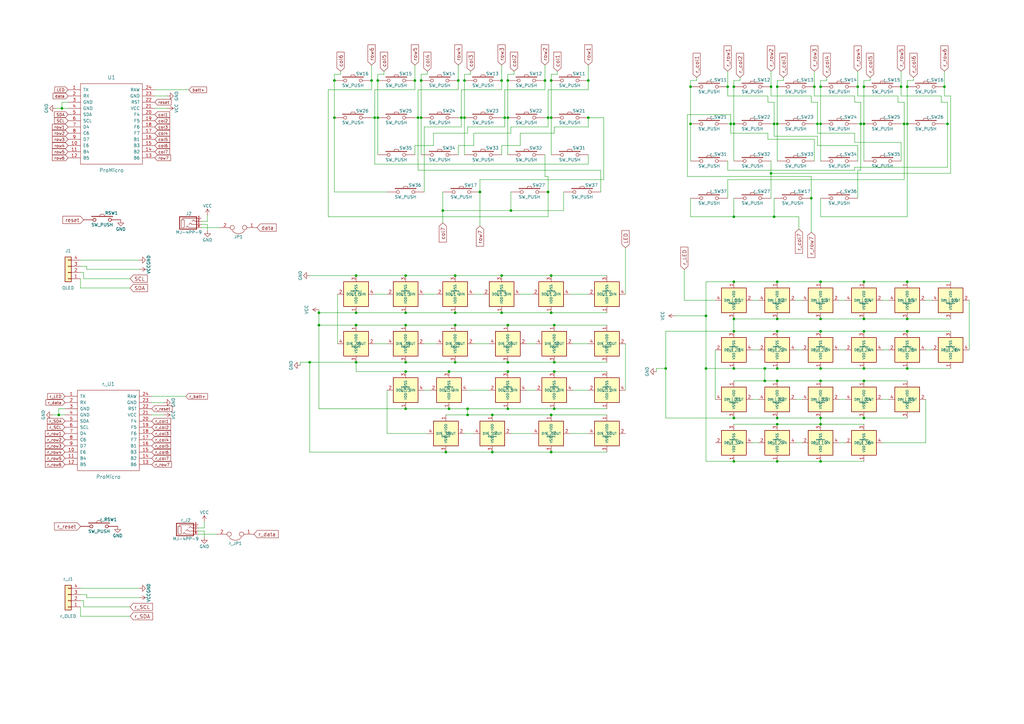
<source format=kicad_sch>
(kicad_sch (version 20230121) (generator eeschema)
  (paper "A3")
  (title_block (title "Heawood42-MX") (date "2024-03-17") (rev "1"))
  (junction (at 190.5 48.26))
  (junction (at 318.77 130.81))
  (junction (at 300.99 50.8))
  (junction (at 369.57 35.56))
  (junction (at 226.06 170.18))
  (junction (at 166.37 133.35))
  (junction (at 208.28 148.59))
  (junction (at 187.96 33.02))
  (junction (at 205.74 113.03))
  (junction (at 300.99 171.45))
  (junction (at 172.72 33.02))
  (junction (at 318.77 189.23))
  (junction (at 300.99 35.56))
  (junction (at 318.77 50.8))
  (junction (at 166.37 152.4))
  (junction (at 372.11 130.81))
  (junction (at 171.45 48.26))
  (junction (at 227.33 133.35))
  (junction (at 299.72 50.8))
  (junction (at 146.05 148.59))
  (junction (at 191.77 167.64))
  (junction (at 370.84 50.8))
  (junction (at 170.18 33.02))
  (junction (at 172.72 48.26))
  (junction (at 289.56 151.13))
  (junction (at 226.06 33.02))
  (junction (at 146.05 128.27))
  (junction (at 224.79 48.26))
  (junction (at 336.55 35.56))
  (junction (at 166.37 128.27))
  (junction (at 318.77 151.13))
  (junction (at 318.77 135.89))
  (junction (at 336.55 173.99))
  (junction (at 190.5 33.02))
  (junction (at 353.06 50.8))
  (junction (at 130.81 128.27))
  (junction (at 224.79 78.74))
  (junction (at 316.23 71.12))
  (junction (at 316.23 35.56))
  (junction (at 300.99 130.81))
  (junction (at 201.93 170.18))
  (junction (at 208.28 33.02))
  (junction (at 336.55 171.45))
  (junction (at 186.69 133.35))
  (junction (at 209.55 86.36))
  (junction (at 273.05 151.13))
  (junction (at 336.55 156.21))
  (junction (at 283.21 35.56))
  (junction (at 351.79 35.56))
  (junction (at 207.01 48.26))
  (junction (at 226.06 185.42))
  (junction (at 208.28 133.35))
  (junction (at 387.35 35.56))
  (junction (at 208.28 167.64))
  (junction (at 226.06 48.26))
  (junction (at 154.94 48.26))
  (junction (at 318.77 173.99))
  (junction (at 354.33 156.21))
  (junction (at 372.11 35.56))
  (junction (at 191.77 170.18))
  (junction (at 146.05 133.35))
  (junction (at 300.99 151.13))
  (junction (at 223.52 33.02))
  (junction (at 226.06 113.03))
  (junction (at 354.33 35.56))
  (junction (at 372.11 151.13))
  (junction (at 336.55 189.23))
  (junction (at 127 148.59))
  (junction (at 227.33 148.59))
  (junction (at 335.28 50.8))
  (junction (at 205.74 33.02))
  (junction (at 181.61 86.36))
  (junction (at 205.74 128.27))
  (junction (at 300.99 115.57))
  (junction (at 196.85 78.74))
  (junction (at 336.55 130.81))
  (junction (at 300.99 135.89))
  (junction (at 241.3 48.26))
  (junction (at 336.55 135.89))
  (junction (at 354.33 115.57))
  (junction (at 137.16 48.26))
  (junction (at 130.81 133.35))
  (junction (at 313.69 151.13))
  (junction (at 318.77 171.45))
  (junction (at 166.37 113.03))
  (junction (at 354.33 151.13))
  (junction (at 317.5 88.9))
  (junction (at 184.15 152.4))
  (junction (at 166.37 148.59))
  (junction (at 354.33 135.89))
  (junction (at 313.69 156.21))
  (junction (at 201.93 185.42))
  (junction (at 146.05 113.03))
  (junction (at 318.77 35.56))
  (junction (at 372.11 135.89))
  (junction (at 186.69 148.59))
  (junction (at 298.45 35.56))
  (junction (at 184.15 167.64))
  (junction (at 372.11 50.8))
  (junction (at 332.74 81.28))
  (junction (at 226.06 128.27))
  (junction (at 354.33 50.8))
  (junction (at 153.67 48.26))
  (junction (at 208.28 152.4))
  (junction (at 317.5 50.8))
  (junction (at 241.3 33.02))
  (junction (at 137.16 33.02))
  (junction (at 289.56 129.54))
  (junction (at 186.69 128.27))
  (junction (at 227.33 152.4))
  (junction (at 300.99 88.9))
  (junction (at 354.33 130.81))
  (junction (at 208.28 48.26))
  (junction (at 354.33 171.45))
  (junction (at 227.33 167.64))
  (junction (at 166.37 167.64))
  (junction (at 24.13 170.18))
  (junction (at 318.77 156.21))
  (junction (at 189.23 48.26))
  (junction (at 336.55 115.57))
  (junction (at 25.4 44.45))
  (junction (at 154.94 33.02))
  (junction (at 300.99 189.23))
  (junction (at 336.55 151.13))
  (junction (at 388.62 50.8))
  (junction (at 334.01 35.56))
  (junction (at 283.21 50.8))
  (junction (at 318.77 115.57))
  (junction (at 372.11 115.57))
  (junction (at 186.69 113.03))
  (junction (at 182.88 185.42))
  (junction (at 336.55 50.8))
  (junction (at 152.4 33.02))
  (wire (pts (xy 190.5 177.8) (xy 194.31 177.8)))
  (wire (pts (xy 187.96 59.69) (xy 187.96 63.5)))
  (wire (pts (xy 283.21 35.56) (xy 283.21 50.8)))
  (wire (pts (xy 336.55 171.45) (xy 354.33 171.45)))
  (wire (pts (xy 130.81 128.27) (xy 130.81 127)))
  (wire (pts (xy 63.5 39.37) (xy 68.58 39.37)))
  (wire (pts (xy 127 148.59) (xy 123.19 148.59)))
  (wire (pts (xy 227.33 152.4) (xy 208.28 152.4)))
  (wire (pts (xy 172.72 30.48) (xy 172.72 33.02)))
  (wire (pts (xy 248.92 128.27) (xy 226.06 128.27)))
  (wire (pts (xy 33.02 241.3) (xy 57.15 241.3)))
  (wire (pts (xy 388.62 50.8) (xy 388.62 68.58)))
  (wire (pts (xy 317.5 88.9) (xy 327.66 88.9)))
  (wire (pts (xy 300.99 130.81) (xy 300.99 135.89)))
  (wire (pts (xy 134.62 88.9) (xy 224.79 88.9)))
  (wire (pts (xy 372.11 115.57) (xy 389.89 115.57)))
  (wire (pts (xy 35.56 110.49) (xy 57.15 110.49)))
  (wire (pts (xy 224.79 48.26) (xy 223.52 48.26)))
  (wire (pts (xy 335.28 54.61) (xy 350.52 54.61)))
  (wire (pts (xy 137.16 78.74) (xy 137.16 48.26)))
  (wire (pts (xy 127 185.42) (xy 127 148.59)))
  (wire (pts (xy 152.4 33.02) (xy 152.4 36.83)))
  (wire (pts (xy 248.92 133.35) (xy 227.33 133.35)))
  (wire (pts (xy 83.82 217.805) (xy 83.82 220.345)))
  (wire (pts (xy 354.33 151.13) (xy 336.55 151.13)))
  (wire (pts (xy 317.5 50.8) (xy 317.5 55.88)))
  (wire (pts (xy 226.06 128.27) (xy 205.74 128.27)))
  (wire (pts (xy 248.92 167.64) (xy 227.33 167.64)))
  (wire (pts (xy 318.77 173.99) (xy 336.55 173.99)))
  (wire (pts (xy 334.01 35.56) (xy 334.01 39.37)))
  (wire (pts (xy 389.89 71.12) (xy 316.23 71.12)))
  (wire (pts (xy 21.59 170.18) (xy 24.13 170.18)))
  (wire (pts (xy 361.95 123.19) (xy 364.49 123.19)))
  (wire (pts (xy 299.72 50.8) (xy 298.45 50.8)))
  (wire (pts (xy 189.23 52.07) (xy 173.99 52.07)))
  (wire (pts (xy 300.99 171.45) (xy 318.77 171.45)))
  (wire (pts (xy 181.61 86.36) (xy 209.55 86.36)))
  (wire (pts (xy 191.77 170.18) (xy 191.77 167.64)))
  (wire (pts (xy 186.69 128.27) (xy 166.37 128.27)))
  (wire (pts (xy 334.01 29.21) (xy 334.01 35.56)))
  (wire (pts (xy 351.79 69.85) (xy 351.79 81.28)))
  (wire (pts (xy 344.17 163.83) (xy 346.71 163.83)))
  (wire (pts (xy 24.13 167.64) (xy 24.13 170.18)))
  (wire (pts (xy 146.05 133.35) (xy 130.81 133.35)))
  (wire (pts (xy 370.84 50.8) (xy 369.57 50.8)))
  (wire (pts (xy 227.33 54.61) (xy 213.36 54.61)))
  (wire (pts (xy 137.16 33.02) (xy 137.16 48.26)))
  (wire (pts (xy 351.79 39.37) (xy 368.3 39.37)))
  (wire (pts (xy 34.29 111.76) (xy 34.29 114.3)))
  (wire (pts (xy 153.67 140.97) (xy 158.75 140.97)))
  (wire (pts (xy 372.11 135.89) (xy 354.33 135.89)))
  (wire (pts (xy 318.77 151.13) (xy 313.69 151.13)))
  (wire (pts (xy 184.15 167.64) (xy 191.77 167.64)))
  (wire (pts (xy 351.79 29.21) (xy 351.79 35.56)))
  (wire (pts (xy 191.77 54.61) (xy 177.8 54.61)))
  (wire (pts (xy 189.23 48.26) (xy 187.96 48.26)))
  (wire (pts (xy 273.05 151.13) (xy 269.24 151.13)))
  (wire (pts (xy 215.9 160.02) (xy 219.71 160.02)))
  (wire (pts (xy 166.37 133.35) (xy 146.05 133.35)))
  (wire (pts (xy 289.56 129.54) (xy 289.56 115.57)))
  (wire (pts (xy 317.5 50.8) (xy 316.23 50.8)))
  (wire (pts (xy 158.75 78.74) (xy 137.16 78.74)))
  (wire (pts (xy 205.74 36.83) (xy 189.23 36.83)))
  (wire (pts (xy 354.33 171.45) (xy 372.11 171.45)))
  (wire (pts (xy 308.61 123.19) (xy 311.15 123.19)))
  (wire (pts (xy 209.55 86.36) (xy 231.14 86.36)))
  (wire (pts (xy 336.55 151.13) (xy 318.77 151.13)))
  (wire (pts (xy 246.38 69.85) (xy 171.45 69.85)))
  (wire (pts (xy 85.09 92.075) (xy 85.09 94.615)))
  (wire (pts (xy 139.7 29.21) (xy 139.7 30.48)))
  (wire (pts (xy 171.45 36.83) (xy 171.45 48.26)))
  (wire (pts (xy 350.52 39.37) (xy 350.52 41.91)))
  (wire (pts (xy 247.65 73.66) (xy 247.65 48.26)))
  (wire (pts (xy 339.09 33.02) (xy 336.55 33.02)))
  (wire (pts (xy 234.95 160.02) (xy 241.3 160.02)))
  (wire (pts (xy 379.73 143.51) (xy 382.27 143.51)))
  (wire (pts (xy 298.45 73.66) (xy 298.45 81.28)))
  (wire (pts (xy 374.65 31.75) (xy 374.65 33.02)))
  (wire (pts (xy 196.85 78.74) (xy 196.85 73.66)))
  (wire (pts (xy 227.33 133.35) (xy 208.28 133.35)))
  (wire (pts (xy 335.28 50.8) (xy 334.01 50.8)))
  (wire (pts (xy 172.72 33.02) (xy 172.72 48.26)))
  (wire (pts (xy 326.39 123.19) (xy 328.93 123.19)))
  (wire (pts (xy 316.23 66.04) (xy 316.23 71.12)))
  (wire (pts (xy 336.55 50.8) (xy 336.55 66.04)))
  (wire (pts (xy 33.02 243.84) (xy 35.56 243.84)))
  (wire (pts (xy 370.84 73.66) (xy 298.45 73.66)))
  (wire (pts (xy 208.28 33.02) (xy 208.28 48.26)))
  (wire (pts (xy 303.53 33.02) (xy 300.99 33.02)))
  (wire (pts (xy 351.79 69.85) (xy 353.06 69.85)))
  (wire (pts (xy 194.31 59.69) (xy 187.96 59.69)))
  (wire (pts (xy 130.81 133.35) (xy 130.81 167.64)))
  (wire (pts (xy 314.96 41.91) (xy 317.5 41.91)))
  (wire (pts (xy 372.11 35.56) (xy 372.11 50.8)))
  (wire (pts (xy 389.89 130.81) (xy 372.11 130.81)))
  (wire (pts (xy 190.5 48.26) (xy 190.5 63.5)))
  (wire (pts (xy 194.31 120.65) (xy 198.12 120.65)))
  (wire (pts (xy 332.74 41.91) (xy 335.28 41.91)))
  (wire (pts (xy 154.94 30.48) (xy 154.94 33.02)))
  (wire (pts (xy 397.51 123.19) (xy 397.51 143.51)))
  (wire (pts (xy 152.4 26.67) (xy 152.4 33.02)))
  (wire (pts (xy 298.45 39.37) (xy 314.96 39.37)))
  (wire (pts (xy 62.23 170.18) (xy 67.31 170.18)))
  (wire (pts (xy 177.8 54.61) (xy 177.8 59.69)))
  (wire (pts (xy 354.33 135.89) (xy 336.55 135.89)))
  (wire (pts (xy 223.52 33.02) (xy 223.52 36.83)))
  (wire (pts (xy 34.29 248.92) (xy 53.34 248.92)))
  (wire (pts (xy 223.52 26.67) (xy 223.52 33.02)))
  (wire (pts (xy 134.62 36.83) (xy 134.62 88.9)))
  (wire (pts (xy 234.95 140.97) (xy 241.3 140.97)))
  (wire (pts (xy 224.79 52.07) (xy 209.55 52.07)))
  (wire (pts (xy 213.36 54.61) (xy 213.36 59.69)))
  (wire (pts (xy 336.55 173.99) (xy 354.33 173.99)))
  (wire (pts (xy 26.67 167.64) (xy 24.13 167.64)))
  (wire (pts (xy 300.99 171.45) (xy 273.05 171.45)))
  (wire (pts (xy 166.37 167.64) (xy 184.15 167.64)))
  (wire (pts (xy 82.55 93.345) (xy 90.17 93.345)))
  (wire (pts (xy 308.61 163.83) (xy 311.15 163.83)))
  (wire (pts (xy 171.45 48.26) (xy 171.45 69.85)))
  (wire (pts (xy 256.54 140.97) (xy 256.54 160.02)))
  (wire (pts (xy 321.31 31.75) (xy 321.31 33.02)))
  (wire (pts (xy 374.65 33.02) (xy 372.11 33.02)))
  (wire (pts (xy 62.23 165.1) (xy 67.31 165.1)))
  (wire (pts (xy 316.23 39.37) (xy 332.74 39.37)))
  (wire (pts (xy 299.72 46.99) (xy 299.72 50.8)))
  (wire (pts (xy 33.02 252.73) (xy 53.34 252.73)))
  (wire (pts (xy 166.37 152.4) (xy 184.15 152.4)))
  (wire (pts (xy 293.37 143.51) (xy 293.37 163.83)))
  (wire (pts (xy 173.99 140.97) (xy 179.07 140.97)))
  (wire (pts (xy 334.01 57.15) (xy 334.01 66.04)))
  (wire (pts (xy 175.26 177.8) (xy 158.75 177.8)))
  (wire (pts (xy 62.23 162.56) (xy 76.2 162.56)))
  (wire (pts (xy 283.21 66.04) (xy 283.21 50.8)))
  (wire (pts (xy 372.11 130.81) (xy 354.33 130.81)))
  (wire (pts (xy 190.5 30.48) (xy 190.5 33.02)))
  (wire (pts (xy 123.19 148.59) (xy 123.19 149.86)))
  (wire (pts (xy 289.56 151.13) (xy 289.56 129.54)))
  (wire (pts (xy 82.55 92.075) (xy 85.09 92.075)))
  (wire (pts (xy 166.37 128.27) (xy 146.05 128.27)))
  (wire (pts (xy 193.04 30.48) (xy 193.04 29.21)))
  (wire (pts (xy 205.74 59.69) (xy 205.74 63.5)))
  (wire (pts (xy 300.99 81.28) (xy 300.99 88.9)))
  (wire (pts (xy 189.23 36.83) (xy 189.23 48.26)))
  (wire (pts (xy 33.02 114.3) (xy 33.02 118.11)))
  (wire (pts (xy 224.79 88.9) (xy 224.79 78.74)))
  (wire (pts (xy 335.28 59.69) (xy 351.79 59.69)))
  (wire (pts (xy 223.52 72.39) (xy 224.79 72.39)))
  (wire (pts (xy 388.62 50.8) (xy 387.35 50.8)))
  (wire (pts (xy 146.05 148.59) (xy 127 148.59)))
  (wire (pts (xy 153.67 67.31) (xy 241.3 67.31)))
  (wire (pts (xy 300.99 156.21) (xy 313.69 156.21)))
  (wire (pts (xy 336.55 88.9) (xy 336.55 81.28)))
  (wire (pts (xy 241.3 67.31) (xy 241.3 63.5)))
  (wire (pts (xy 181.61 78.74) (xy 181.61 86.36)))
  (wire (pts (xy 336.55 33.02) (xy 336.55 35.56)))
  (wire (pts (xy 207.01 36.83) (xy 207.01 48.26)))
  (wire (pts (xy 189.23 48.26) (xy 189.23 52.07)))
  (wire (pts (xy 336.55 88.9) (xy 372.11 88.9)))
  (wire (pts (xy 207.01 52.07) (xy 191.77 52.07)))
  (wire (pts (xy 241.3 52.07) (xy 227.33 52.07)))
  (wire (pts (xy 283.21 33.02) (xy 283.21 35.56)))
  (wire (pts (xy 33.02 246.38) (xy 34.29 246.38)))
  (wire (pts (xy 33.02 248.92) (xy 33.02 252.73)))
  (wire (pts (xy 350.52 41.91) (xy 353.06 41.91)))
  (wire (pts (xy 208.28 48.26) (xy 208.28 63.5)))
  (wire (pts (xy 336.55 173.99) (xy 336.55 171.45)))
  (wire (pts (xy 215.9 140.97) (xy 219.71 140.97)))
  (wire (pts (xy 332.74 72.39) (xy 281.94 72.39)))
  (wire (pts (xy 127 113.03) (xy 146.05 113.03)))
  (wire (pts (xy 326.39 181.61) (xy 328.93 181.61)))
  (wire (pts (xy 27.94 41.91) (xy 25.4 41.91)))
  (wire (pts (xy 353.06 50.8) (xy 351.79 50.8)))
  (wire (pts (xy 170.18 36.83) (xy 153.67 36.83)))
  (wire (pts (xy 194.31 140.97) (xy 200.66 140.97)))
  (wire (pts (xy 82.55 90.805) (xy 85.09 90.805)))
  (wire (pts (xy 285.75 33.02) (xy 283.21 33.02)))
  (wire (pts (xy 256.54 101.6) (xy 256.54 120.65)))
  (wire (pts (xy 339.09 33.02) (xy 339.09 31.75)))
  (wire (pts (xy 276.86 129.54) (xy 289.56 129.54)))
  (wire (pts (xy 205.74 26.67) (xy 205.74 33.02)))
  (wire (pts (xy 158.75 177.8) (xy 158.75 160.02)))
  (wire (pts (xy 379.73 123.19) (xy 382.27 123.19)))
  (wire (pts (xy 138.43 120.65) (xy 138.43 140.97)))
  (wire (pts (xy 313.69 156.21) (xy 313.69 151.13)))
  (wire (pts (xy 361.95 163.83) (xy 364.49 163.83)))
  (wire (pts (xy 300.99 33.02) (xy 300.99 35.56)))
  (wire (pts (xy 369.57 35.56) (xy 369.57 39.37)))
  (wire (pts (xy 351.79 59.69) (xy 351.79 66.04)))
  (wire (pts (xy 354.33 50.8) (xy 354.33 66.04)))
  (wire (pts (xy 356.87 33.02) (xy 354.33 33.02)))
  (wire (pts (xy 223.52 36.83) (xy 207.01 36.83)))
  (wire (pts (xy 33.02 118.11) (xy 53.34 118.11)))
  (wire (pts (xy 335.28 50.8) (xy 335.28 54.61)))
  (wire (pts (xy 281.94 46.99) (xy 299.72 46.99)))
  (wire (pts (xy 335.28 55.88) (xy 335.28 59.69)))
  (wire (pts (xy 186.69 113.03) (xy 205.74 113.03)))
  (wire (pts (xy 273.05 171.45) (xy 273.05 151.13)))
  (wire (pts (xy 247.65 48.26) (xy 241.3 48.26)))
  (wire (pts (xy 388.62 41.91) (xy 388.62 50.8)))
  (wire (pts (xy 336.55 156.21) (xy 354.33 156.21)))
  (wire (pts (xy 280.67 123.19) (xy 293.37 123.19)))
  (wire (pts (xy 387.35 39.37) (xy 389.89 39.37)))
  (wire (pts (xy 386.08 41.91) (xy 388.62 41.91)))
  (wire (pts (xy 332.74 81.28) (xy 332.74 72.39)))
  (wire (pts (xy 308.61 143.51) (xy 311.15 143.51)))
  (wire (pts (xy 224.79 36.83) (xy 224.79 48.26)))
  (wire (pts (xy 171.45 48.26) (xy 170.18 48.26)))
  (wire (pts (xy 196.85 78.74) (xy 196.85 92.71)))
  (wire (pts (xy 25.4 44.45) (xy 27.94 44.45)))
  (wire (pts (xy 146.05 148.59) (xy 146.05 152.4)))
  (wire (pts (xy 370.84 50.8) (xy 370.84 73.66)))
  (wire (pts (xy 210.82 30.48) (xy 208.28 30.48)))
  (wire (pts (xy 205.74 33.02) (xy 205.74 36.83)))
  (wire (pts (xy 226.06 48.26) (xy 226.06 63.5)))
  (wire (pts (xy 205.74 128.27) (xy 186.69 128.27)))
  (wire (pts (xy 369.57 58.42) (xy 369.57 66.04)))
  (wire (pts (xy 372.11 33.02) (xy 372.11 35.56)))
  (wire (pts (xy 35.56 109.22) (xy 35.56 110.49)))
  (wire (pts (xy 153.67 48.26) (xy 153.67 67.31)))
  (wire (pts (xy 334.01 39.37) (xy 350.52 39.37)))
  (wire (pts (xy 173.99 52.07) (xy 173.99 78.74)))
  (wire (pts (xy 344.17 123.19) (xy 346.71 123.19)))
  (wire (pts (xy 146.05 128.27) (xy 130.81 128.27)))
  (wire (pts (xy 379.73 181.61) (xy 361.95 181.61)))
  (wire (pts (xy 33.02 111.76) (xy 34.29 111.76)))
  (wire (pts (xy 209.55 177.8) (xy 218.44 177.8)))
  (wire (pts (xy 246.38 78.74) (xy 246.38 69.85)))
  (wire (pts (xy 33.02 106.68) (xy 57.15 106.68)))
  (wire (pts (xy 318.77 135.89) (xy 300.99 135.89)))
  (wire (pts (xy 182.88 185.42) (xy 127 185.42)))
  (wire (pts (xy 299.72 50.8) (xy 299.72 54.61)))
  (wire (pts (xy 389.89 151.13) (xy 372.11 151.13)))
  (wire (pts (xy 190.5 33.02) (xy 190.5 48.26)))
  (wire (pts (xy 173.99 160.02) (xy 176.53 160.02)))
  (wire (pts (xy 350.52 58.42) (xy 369.57 58.42)))
  (wire (pts (xy 386.08 39.37) (xy 386.08 41.91)))
  (wire (pts (xy 186.69 133.35) (xy 166.37 133.35)))
  (wire (pts (xy 317.5 55.88) (xy 335.28 55.88)))
  (wire (pts (xy 350.52 69.85) (xy 298.45 69.85)))
  (wire (pts (xy 207.01 48.26) (xy 205.74 48.26)))
  (wire (pts (xy 344.17 181.61) (xy 346.71 181.61)))
  (wire (pts (xy 213.36 59.69) (xy 205.74 59.69)))
  (wire (pts (xy 300.99 173.99) (xy 318.77 173.99)))
  (wire (pts (xy 353.06 50.8) (xy 353.06 69.85)))
  (wire (pts (xy 63.5 36.83) (xy 77.47 36.83)))
  (wire (pts (xy 182.88 170.18) (xy 191.77 170.18)))
  (wire (pts (xy 350.52 68.58) (xy 350.52 69.85)))
  (wire (pts (xy 326.39 163.83) (xy 328.93 163.83)))
  (wire (pts (xy 130.81 128.27) (xy 130.81 133.35)))
  (wire (pts (xy 308.61 181.61) (xy 311.15 181.61)))
  (wire (pts (xy 314.96 54.61) (xy 314.96 57.15)))
  (wire (pts (xy 318.77 171.45) (xy 336.55 171.45)))
  (wire (pts (xy 153.67 120.65) (xy 158.75 120.65)))
  (wire (pts (xy 34.29 246.38) (xy 34.29 248.92)))
  (wire (pts (xy 209.55 52.07) (xy 209.55 54.61)))
  (wire (pts (xy 280.67 110.49) (xy 280.67 123.19)))
  (wire (pts (xy 24.13 170.18) (xy 26.67 170.18)))
  (wire (pts (xy 208.28 152.4) (xy 184.15 152.4)))
  (wire (pts (xy 208.28 148.59) (xy 186.69 148.59)))
  (wire (pts (xy 208.28 167.64) (xy 191.77 167.64)))
  (wire (pts (xy 227.33 167.64) (xy 208.28 167.64)))
  (wire (pts (xy 387.35 35.56) (xy 387.35 39.37)))
  (wire (pts (xy 369.57 39.37) (xy 386.08 39.37)))
  (wire (pts (xy 170.18 33.02) (xy 170.18 36.83)))
  (wire (pts (xy 299.72 54.61) (xy 314.96 54.61)))
  (wire (pts (xy 81.28 216.535) (xy 83.82 216.535)))
  (wire (pts (xy 389.89 135.89) (xy 372.11 135.89)))
  (wire (pts (xy 368.3 39.37) (xy 368.3 41.91)))
  (wire (pts (xy 354.33 156.21) (xy 372.11 156.21)))
  (wire (pts (xy 300.99 151.13) (xy 289.56 151.13)))
  (wire (pts (xy 351.79 35.56) (xy 351.79 39.37)))
  (wire (pts (xy 298.45 69.85) (xy 298.45 66.04)))
  (wire (pts (xy 300.99 115.57) (xy 318.77 115.57)))
  (wire (pts (xy 289.56 189.23) (xy 289.56 151.13)))
  (wire (pts (xy 233.68 177.8) (xy 241.3 177.8)))
  (wire (pts (xy 289.56 115.57) (xy 300.99 115.57)))
  (wire (pts (xy 300.99 50.8) (xy 300.99 66.04)))
  (wire (pts (xy 326.39 143.51) (xy 328.93 143.51)))
  (wire (pts (xy 336.55 135.89) (xy 318.77 135.89)))
  (wire (pts (xy 298.45 29.21) (xy 298.45 35.56)))
  (wire (pts (xy 186.69 148.59) (xy 166.37 148.59)))
  (wire (pts (xy 208.28 30.48) (xy 208.28 33.02)))
  (wire (pts (xy 187.96 26.67) (xy 187.96 33.02)))
  (wire (pts (xy 181.61 91.44) (xy 181.61 86.36)))
  (wire (pts (xy 387.35 29.21) (xy 387.35 35.56)))
  (wire (pts (xy 354.33 35.56) (xy 354.33 50.8)))
  (wire (pts (xy 316.23 71.12) (xy 316.23 81.28)))
  (wire (pts (xy 300.99 189.23) (xy 289.56 189.23)))
  (wire (pts (xy 35.56 245.11) (xy 57.15 245.11)))
  (wire (pts (xy 226.06 170.18) (xy 201.93 170.18)))
  (wire (pts (xy 209.55 54.61) (xy 194.31 54.61)))
  (wire (pts (xy 35.56 243.84) (xy 35.56 245.11)))
  (wire (pts (xy 196.85 73.66) (xy 247.65 73.66)))
  (wire (pts (xy 193.04 30.48) (xy 190.5 30.48)))
  (wire (pts (xy 300.99 135.89) (xy 273.05 135.89)))
  (wire (pts (xy 226.06 30.48) (xy 226.06 33.02)))
  (wire (pts (xy 281.94 72.39) (xy 281.94 46.99)))
  (wire (pts (xy 318.77 156.21) (xy 336.55 156.21)))
  (wire (pts (xy 153.67 48.26) (xy 152.4 48.26)))
  (wire (pts (xy 201.93 185.42) (xy 182.88 185.42)))
  (wire (pts (xy 191.77 52.07) (xy 191.77 54.61)))
  (wire (pts (xy 316.23 35.56) (xy 316.23 39.37)))
  (wire (pts (xy 248.92 152.4) (xy 227.33 152.4)))
  (wire (pts (xy 154.94 48.26) (xy 154.94 63.5)))
  (wire (pts (xy 175.26 30.48) (xy 172.72 30.48)))
  (wire (pts (xy 228.6 29.21) (xy 228.6 30.48)))
  (wire (pts (xy 336.55 189.23) (xy 354.33 189.23)))
  (wire (pts (xy 85.09 90.805) (xy 85.09 88.265)))
  (wire (pts (xy 336.55 115.57) (xy 354.33 115.57)))
  (wire (pts (xy 210.82 29.21) (xy 210.82 30.48)))
  (wire (pts (xy 175.26 29.21) (xy 175.26 30.48)))
  (wire (pts (xy 226.06 185.42) (xy 201.93 185.42)))
  (wire (pts (xy 33.02 109.22) (xy 35.56 109.22)))
  (wire (pts (xy 283.21 81.28) (xy 283.21 88.9)))
  (wire (pts (xy 350.52 54.61) (xy 350.52 58.42)))
  (wire (pts (xy 213.36 120.65) (xy 218.44 120.65)))
  (wire (pts (xy 187.96 33.02) (xy 187.96 36.83)))
  (wire (pts (xy 354.33 115.57) (xy 372.11 115.57)))
  (wire (pts (xy 372.11 88.9) (xy 372.11 50.8)))
  (wire (pts (xy 369.57 29.21) (xy 369.57 35.56)))
  (wire (pts (xy 356.87 31.75) (xy 356.87 33.02)))
  (wire (pts (xy 370.84 41.91) (xy 370.84 50.8)))
  (wire (pts (xy 25.4 41.91) (xy 25.4 44.45)))
  (wire (pts (xy 318.77 130.81) (xy 300.99 130.81)))
  (wire (pts (xy 153.67 36.83) (xy 153.67 48.26)))
  (wire (pts (xy 344.17 143.51) (xy 346.71 143.51)))
  (wire (pts (xy 157.48 30.48) (xy 154.94 30.48)))
  (wire (pts (xy 379.73 163.83) (xy 379.73 181.61)))
  (wire (pts (xy 34.29 114.3) (xy 53.34 114.3)))
  (wire (pts (xy 332.74 81.28) (xy 332.74 95.25)))
  (wire (pts (xy 283.21 88.9) (xy 300.99 88.9)))
  (wire (pts (xy 157.48 29.21) (xy 157.48 30.48)))
  (wire (pts (xy 22.86 44.45) (xy 25.4 44.45)))
  (wire (pts (xy 223.52 63.5) (xy 223.52 72.39)))
  (wire (pts (xy 317.5 41.91) (xy 317.5 50.8)))
  (wire (pts (xy 318.77 115.57) (xy 336.55 115.57)))
  (wire (pts (xy 166.37 113.03) (xy 186.69 113.03)))
  (wire (pts (xy 172.72 48.26) (xy 172.72 63.5)))
  (wire (pts (xy 207.01 48.26) (xy 207.01 52.07)))
  (wire (pts (xy 170.18 59.69) (xy 170.18 63.5)))
  (wire (pts (xy 285.75 31.75) (xy 285.75 33.02)))
  (wire (pts (xy 336.55 130.81) (xy 318.77 130.81)))
  (wire (pts (xy 300.99 189.23) (xy 318.77 189.23)))
  (wire (pts (xy 154.94 33.02) (xy 154.94 48.26)))
  (wire (pts (xy 300.99 88.9) (xy 317.5 88.9)))
  (wire (pts (xy 354.33 130.81) (xy 336.55 130.81)))
  (wire (pts (xy 335.28 41.91) (xy 335.28 50.8)))
  (wire (pts (xy 388.62 68.58) (xy 350.52 68.58)))
  (wire (pts (xy 166.37 152.4) (xy 146.05 152.4)))
  (wire (pts (xy 389.89 39.37) (xy 389.89 71.12)))
  (wire (pts (xy 63.5 44.45) (xy 68.58 44.45)))
  (wire (pts (xy 152.4 36.83) (xy 134.62 36.83)))
  (wire (pts (xy 81.28 217.805) (xy 83.82 217.805)))
  (wire (pts (xy 321.31 33.02) (xy 318.77 33.02)))
  (wire (pts (xy 354.33 33.02) (xy 354.33 35.56)))
  (wire (pts (xy 81.28 219.075) (xy 88.9 219.075)))
  (wire (pts (xy 353.06 41.91) (xy 353.06 50.8)))
  (wire (pts (xy 139.7 30.48) (xy 137.16 30.48)))
  (wire (pts (xy 137.16 30.48) (xy 137.16 33.02)))
  (wire (pts (xy 224.79 72.39) (xy 224.79 78.74)))
  (wire (pts (xy 146.05 113.03) (xy 166.37 113.03)))
  (wire (pts (xy 201.93 170.18) (xy 191.77 170.18)))
  (wire (pts (xy 227.33 148.59) (xy 208.28 148.59)))
  (wire (pts (xy 227.33 52.07) (xy 227.33 54.61)))
  (wire (pts (xy 318.77 189.23) (xy 336.55 189.23)))
  (wire (pts (xy 332.74 39.37) (xy 332.74 41.91)))
  (wire (pts (xy 327.66 93.98) (xy 327.66 88.9)))
  (wire (pts (xy 300.99 35.56) (xy 300.99 50.8)))
  (wire (pts (xy 166.37 148.59) (xy 146.05 148.59)))
  (wire (pts (xy 248.92 170.18) (xy 226.06 170.18)))
  (wire (pts (xy 177.8 59.69) (xy 170.18 59.69)))
  (wire (pts (xy 273.05 135.89) (xy 273.05 151.13)))
  (wire (pts (xy 313.69 156.21) (xy 318.77 156.21)))
  (wire (pts (xy 269.24 151.13) (xy 269.24 152.4)))
  (wire (pts (xy 313.69 151.13) (xy 300.99 151.13)))
  (wire (pts (xy 248.92 148.59) (xy 227.33 148.59)))
  (wire (pts (xy 226.06 33.02) (xy 226.06 48.26)))
  (wire (pts (xy 316.23 29.21) (xy 316.23 35.56)))
  (wire (pts (xy 208.28 133.35) (xy 186.69 133.35)))
  (wire (pts (xy 372.11 151.13) (xy 354.33 151.13)))
  (wire (pts (xy 318.77 50.8) (xy 318.77 66.04)))
  (wire (pts (xy 173.99 120.65) (xy 179.07 120.65)))
  (wire (pts (xy 241.3 33.02) (xy 241.3 36.83)))
  (wire (pts (xy 303.53 31.75) (xy 303.53 33.02)))
  (wire (pts (xy 226.06 113.03) (xy 248.92 113.03)))
  (wire (pts (xy 318.77 35.56) (xy 318.77 50.8)))
  (wire (pts (xy 228.6 30.48) (xy 226.06 30.48)))
  (wire (pts (xy 317.5 81.28) (xy 317.5 88.9)))
  (wire (pts (xy 314.96 39.37) (xy 314.96 41.91)))
  (wire (pts (xy 194.31 54.61) (xy 194.31 59.69)))
  (wire (pts (xy 170.18 26.67) (xy 170.18 33.02)))
  (wire (pts (xy 231.14 78.74) (xy 231.14 86.36)))
  (wire (pts (xy 241.3 36.83) (xy 224.79 36.83)))
  (wire (pts (xy 241.3 48.26) (xy 241.3 52.07)))
  (wire (pts (xy 233.68 120.65) (xy 241.3 120.65)))
  (wire (pts (xy 298.45 35.56) (xy 298.45 39.37)))
  (wire (pts (xy 318.77 33.02) (xy 318.77 35.56)))
  (wire (pts (xy 130.81 167.64) (xy 166.37 167.64)))
  (wire (pts (xy 361.95 143.51) (xy 364.49 143.51)))
  (wire (pts (xy 241.3 26.67) (xy 241.3 33.02)))
  (wire (pts (xy 200.66 160.02) (xy 191.77 160.02)))
  (wire (pts (xy 224.79 48.26) (xy 224.79 52.07)))
  (wire (pts (xy 314.96 57.15) (xy 334.01 57.15)))
  (wire (pts (xy 209.55 78.74) (xy 209.55 86.36)))
  (wire (pts (xy 83.82 216.535) (xy 83.82 213.995)))
  (wire (pts (xy 336.55 35.56) (xy 336.55 50.8)))
  (wire (pts (xy 368.3 41.91) (xy 370.84 41.91)))
  (wire (pts (xy 248.92 185.42) (xy 226.06 185.42)))
  (wire (pts (xy 187.96 36.83) (xy 171.45 36.83)))
  (wire (pts (xy 205.74 113.03) (xy 226.06 113.03)))
  (global_label "row7" (shape input) (at 63.5 64.77 0) (effects (font (size 1.1938 1.1938))) (property "Intersheetrefs" "${INTERSHEET_REFS}" (effects hide)))
  (global_label "col7" (shape input) (at 181.61 91.44 270) (effects (font (size 1.524 1.524))) (property "Intersheetrefs" "${INTERSHEET_REFS}" (effects hide)))
  (global_label "row2" (shape input) (at 27.94 54.61 180) (effects (font (size 1.1938 1.1938))) (property "Intersheetrefs" "${INTERSHEET_REFS}" (effects hide)))
  (global_label "SDA" (shape input) (at 27.94 46.99 180) (effects (font (size 1.1938 1.1938))) (property "Intersheetrefs" "${INTERSHEET_REFS}" (effects hide)))
  (global_label "r_data" (shape input) (at 104.14 219.075 0) (effects (font (size 1.524 1.524))) (property "Intersheetrefs" "${INTERSHEET_REFS}" (effects hide)))
  (global_label "r_row1" (shape input) (at 298.45 29.21 90) (effects (font (size 1.524 1.524))) (property "Intersheetrefs" "${INTERSHEET_REFS}" (effects hide)))
  (global_label "r_col2" (shape input) (at 303.53 31.75 90) (effects (font (size 1.524 1.524))) (property "Intersheetrefs" "${INTERSHEET_REFS}" (effects hide)))
  (global_label "r_col6" (shape input) (at 62.23 185.42 0) (effects (font (size 1.1938 1.1938))) (property "Intersheetrefs" "${INTERSHEET_REFS}" (effects hide)))
  (global_label "reset" (shape input) (at 34.29 90.17 180) (effects (font (size 1.524 1.524))) (property "Intersheetrefs" "${INTERSHEET_REFS}" (effects hide)))
  (global_label "col1" (shape input) (at 228.6 29.21 90) (effects (font (size 1.524 1.524))) (property "Intersheetrefs" "${INTERSHEET_REFS}" (effects hide)))
  (global_label "r_col4" (shape input) (at 339.09 31.75 90) (effects (font (size 1.524 1.524))) (property "Intersheetrefs" "${INTERSHEET_REFS}" (effects hide)))
  (global_label "col3" (shape input) (at 193.04 29.21 90) (effects (font (size 1.524 1.524))) (property "Intersheetrefs" "${INTERSHEET_REFS}" (effects hide)))
  (global_label "row4" (shape input) (at 27.94 59.69 180) (effects (font (size 1.1938 1.1938))) (property "Intersheetrefs" "${INTERSHEET_REFS}" (effects hide)))
  (global_label "col1" (shape input) (at 63.5 46.99 0) (effects (font (size 1.1938 1.1938))) (property "Intersheetrefs" "${INTERSHEET_REFS}" (effects hide)))
  (global_label "col3" (shape input) (at 63.5 52.07 0) (effects (font (size 1.1938 1.1938))) (property "Intersheetrefs" "${INTERSHEET_REFS}" (effects hide)))
  (global_label "r_row6" (shape input) (at 387.35 29.21 90) (effects (font (size 1.524 1.524))) (property "Intersheetrefs" "${INTERSHEET_REFS}" (effects hide)))
  (global_label "row7" (shape input) (at 196.85 92.71 270) (effects (font (size 1.524 1.524))) (property "Intersheetrefs" "${INTERSHEET_REFS}" (effects hide)))
  (global_label "r_row3" (shape input) (at 334.01 29.21 90) (effects (font (size 1.524 1.524))) (property "Intersheetrefs" "${INTERSHEET_REFS}" (effects hide)))
  (global_label "col2" (shape input) (at 210.82 29.21 90) (effects (font (size 1.524 1.524))) (property "Intersheetrefs" "${INTERSHEET_REFS}" (effects hide)))
  (global_label "r_col7" (shape input) (at 327.66 93.98 270) (effects (font (size 1.524 1.524))) (property "Intersheetrefs" "${INTERSHEET_REFS}" (effects hide)))
  (global_label "r_col5" (shape input) (at 356.87 31.75 90) (effects (font (size 1.524 1.524))) (property "Intersheetrefs" "${INTERSHEET_REFS}" (effects hide)))
  (global_label "r_SDA" (shape input) (at 53.34 252.73 0) (effects (font (size 1.524 1.524))) (property "Intersheetrefs" "${INTERSHEET_REFS}" (effects hide)))
  (global_label "row3" (shape input) (at 205.74 26.67 90) (effects (font (size 1.524 1.524))) (property "Intersheetrefs" "${INTERSHEET_REFS}" (effects hide)))
  (global_label "r_row6" (shape input) (at 26.67 190.5 180) (effects (font (size 1.1938 1.1938))) (property "Intersheetrefs" "${INTERSHEET_REFS}" (effects hide)))
  (global_label "r_row1" (shape input) (at 26.67 177.8 180) (effects (font (size 1.1938 1.1938))) (property "Intersheetrefs" "${INTERSHEET_REFS}" (effects hide)))
  (global_label "r_data" (shape input) (at 26.67 165.1 180) (effects (font (size 1.1938 1.1938))) (property "Intersheetrefs" "${INTERSHEET_REFS}" (effects hide)))
  (global_label "row5" (shape input) (at 27.94 62.23 180) (effects (font (size 1.1938 1.1938))) (property "Intersheetrefs" "${INTERSHEET_REFS}" (effects hide)))
  (global_label "row3" (shape input) (at 27.94 57.15 180) (effects (font (size 1.1938 1.1938))) (property "Intersheetrefs" "${INTERSHEET_REFS}" (effects hide)))
  (global_label "col6" (shape input) (at 139.7 29.21 90) (effects (font (size 1.524 1.524))) (property "Intersheetrefs" "${INTERSHEET_REFS}" (effects hide)))
  (global_label "r_row3" (shape input) (at 26.67 182.88 180) (effects (font (size 1.1938 1.1938))) (property "Intersheetrefs" "${INTERSHEET_REFS}" (effects hide)))
  (global_label "SCL" (shape input) (at 27.94 49.53 180) (effects (font (size 1.1938 1.1938))) (property "Intersheetrefs" "${INTERSHEET_REFS}" (effects hide)))
  (global_label "r_LED" (shape input) (at 26.67 162.56 180) (effects (font (size 1.1938 1.1938))) (property "Intersheetrefs" "${INTERSHEET_REFS}" (effects hide)))
  (global_label "r_row7" (shape input) (at 332.74 95.25 270) (effects (font (size 1.524 1.524))) (property "Intersheetrefs" "${INTERSHEET_REFS}" (effects hide)))
  (global_label "col4" (shape input) (at 175.26 29.21 90) (effects (font (size 1.524 1.524))) (property "Intersheetrefs" "${INTERSHEET_REFS}" (effects hide)))
  (global_label "r_SCL" (shape input) (at 53.34 248.92 0) (effects (font (size 1.524 1.524))) (property "Intersheetrefs" "${INTERSHEET_REFS}" (effects hide)))
  (global_label "r_row7" (shape input) (at 62.23 190.5 0) (effects (font (size 1.1938 1.1938))) (property "Intersheetrefs" "${INTERSHEET_REFS}" (effects hide)))
  (global_label "row1" (shape input) (at 241.3 26.67 90) (effects (font (size 1.524 1.524))) (property "Intersheetrefs" "${INTERSHEET_REFS}" (effects hide)))
  (global_label "row6" (shape input) (at 27.94 64.77 180) (effects (font (size 1.1938 1.1938))) (property "Intersheetrefs" "${INTERSHEET_REFS}" (effects hide)))
  (global_label "LED" (shape input) (at 256.54 101.6 90) (effects (font (size 1.524 1.524))) (property "Intersheetrefs" "${INTERSHEET_REFS}" (effects hide)))
  (global_label "SCL" (shape input) (at 53.34 114.3 0) (effects (font (size 1.524 1.524))) (property "Intersheetrefs" "${INTERSHEET_REFS}" (effects hide)))
  (global_label "r_col6" (shape input) (at 374.65 31.75 90) (effects (font (size 1.524 1.524))) (property "Intersheetrefs" "${INTERSHEET_REFS}" (effects hide)))
  (global_label "batt+" (shape input) (at 77.47 36.83 0) (effects (font (size 1.1938 1.1938))) (property "Intersheetrefs" "${INTERSHEET_REFS}" (effects hide)))
  (global_label "r_col3" (shape input) (at 62.23 177.8 0) (effects (font (size 1.1938 1.1938))) (property "Intersheetrefs" "${INTERSHEET_REFS}" (effects hide)))
  (global_label "row4" (shape input) (at 187.96 26.67 90) (effects (font (size 1.524 1.524))) (property "Intersheetrefs" "${INTERSHEET_REFS}" (effects hide)))
  (global_label "data" (shape input) (at 27.94 39.37 180) (effects (font (size 1.1938 1.1938))) (property "Intersheetrefs" "${INTERSHEET_REFS}" (effects hide)))
  (global_label "r_col1" (shape input) (at 62.23 172.72 0) (effects (font (size 1.1938 1.1938))) (property "Intersheetrefs" "${INTERSHEET_REFS}" (effects hide)))
  (global_label "row2" (shape input) (at 223.52 26.67 90) (effects (font (size 1.524 1.524))) (property "Intersheetrefs" "${INTERSHEET_REFS}" (effects hide)))
  (global_label "r_col7" (shape input) (at 62.23 187.96 0) (effects (font (size 1.1938 1.1938))) (property "Intersheetrefs" "${INTERSHEET_REFS}" (effects hide)))
  (global_label "LED" (shape input) (at 27.94 36.83 180) (effects (font (size 1.1938 1.1938))) (property "Intersheetrefs" "${INTERSHEET_REFS}" (effects hide)))
  (global_label "r_row2" (shape input) (at 316.23 29.21 90) (effects (font (size 1.524 1.524))) (property "Intersheetrefs" "${INTERSHEET_REFS}" (effects hide)))
  (global_label "SDA" (shape input) (at 53.34 118.11 0) (effects (font (size 1.524 1.524))) (property "Intersheetrefs" "${INTERSHEET_REFS}" (effects hide)))
  (global_label "r_col3" (shape input) (at 321.31 31.75 90) (effects (font (size 1.524 1.524))) (property "Intersheetrefs" "${INTERSHEET_REFS}" (effects hide)))
  (global_label "r_row5" (shape input) (at 369.57 29.21 90) (effects (font (size 1.524 1.524))) (property "Intersheetrefs" "${INTERSHEET_REFS}" (effects hide)))
  (global_label "row5" (shape input) (at 170.18 26.67 90) (effects (font (size 1.524 1.524))) (property "Intersheetrefs" "${INTERSHEET_REFS}" (effects hide)))
  (global_label "col6" (shape input) (at 63.5 59.69 0) (effects (font (size 1.1938 1.1938))) (property "Intersheetrefs" "${INTERSHEET_REFS}" (effects hide)))
  (global_label "r_reset" (shape input) (at 33.02 215.9 180) (effects (font (size 1.524 1.524))) (property "Intersheetrefs" "${INTERSHEET_REFS}" (effects hide)))
  (global_label "r_row5" (shape input) (at 26.67 187.96 180) (effects (font (size 1.1938 1.1938))) (property "Intersheetrefs" "${INTERSHEET_REFS}" (effects hide)))
  (global_label "data" (shape input) (at 105.41 93.345 0) (effects (font (size 1.524 1.524))) (property "Intersheetrefs" "${INTERSHEET_REFS}" (effects hide)))
  (global_label "col7" (shape input) (at 63.5 62.23 0) (effects (font (size 1.1938 1.1938))) (property "Intersheetrefs" "${INTERSHEET_REFS}" (effects hide)))
  (global_label "row6" (shape input) (at 152.4 26.67 90) (effects (font (size 1.524 1.524))) (property "Intersheetrefs" "${INTERSHEET_REFS}" (effects hide)))
  (global_label "r_LED" (shape input) (at 280.67 110.49 90) (effects (font (size 1.524 1.524))) (property "Intersheetrefs" "${INTERSHEET_REFS}" (effects hide)))
  (global_label "col2" (shape input) (at 63.5 49.53 0) (effects (font (size 1.1938 1.1938))) (property "Intersheetrefs" "${INTERSHEET_REFS}" (effects hide)))
  (global_label "r_col1" (shape input) (at 285.75 31.75 90) (effects (font (size 1.524 1.524))) (property "Intersheetrefs" "${INTERSHEET_REFS}" (effects hide)))
  (global_label "col5" (shape input) (at 63.5 57.15 0) (effects (font (size 1.1938 1.1938))) (property "Intersheetrefs" "${INTERSHEET_REFS}" (effects hide)))
  (global_label "r_SCL" (shape input) (at 26.67 175.26 180) (effects (font (size 1.1938 1.1938))) (property "Intersheetrefs" "${INTERSHEET_REFS}" (effects hide)))
  (global_label "r_row4" (shape input) (at 26.67 185.42 180) (effects (font (size 1.1938 1.1938))) (property "Intersheetrefs" "${INTERSHEET_REFS}" (effects hide)))
  (global_label "r_col2" (shape input) (at 62.23 175.26 0) (effects (font (size 1.1938 1.1938))) (property "Intersheetrefs" "${INTERSHEET_REFS}" (effects hide)))
  (global_label "row1" (shape input) (at 27.94 52.07 180) (effects (font (size 1.1938 1.1938))) (property "Intersheetrefs" "${INTERSHEET_REFS}" (effects hide)))
  (global_label "r_reset" (shape input) (at 62.23 167.64 0) (effects (font (size 1.1938 1.1938))) (property "Intersheetrefs" "${INTERSHEET_REFS}" (effects hide)))
  (global_label "reset" (shape input) (at 63.5 41.91 0) (effects (font (size 1.1938 1.1938))) (property "Intersheetrefs" "${INTERSHEET_REFS}" (effects hide)))
  (global_label "r_col4" (shape input) (at 62.23 180.34 0) (effects (font (size 1.1938 1.1938))) (property "Intersheetrefs" "${INTERSHEET_REFS}" (effects hide)))
  (global_label "r_row4" (shape input) (at 351.79 29.21 90) (effects (font (size 1.524 1.524))) (property "Intersheetrefs" "${INTERSHEET_REFS}" (effects hide)))
  (global_label "r_SDA" (shape input) (at 26.67 172.72 180) (effects (font (size 1.1938 1.1938))) (property "Intersheetrefs" "${INTERSHEET_REFS}" (effects hide)))
  (global_label "r_batt+" (shape input) (at 76.2 162.56 0) (effects (font (size 1.1938 1.1938))) (property "Intersheetrefs" "${INTERSHEET_REFS}" (effects hide)))
  (global_label "r_row2" (shape input) (at 26.67 180.34 180) (effects (font (size 1.1938 1.1938))) (property "Intersheetrefs" "${INTERSHEET_REFS}" (effects hide)))
  (global_label "r_col5" (shape input) (at 62.23 182.88 0) (effects (font (size 1.1938 1.1938))) (property "Intersheetrefs" "${INTERSHEET_REFS}" (effects hide)))
  (global_label "col5" (shape input) (at 157.48 29.21 90) (effects (font (size 1.524 1.524))) (property "Intersheetrefs" "${INTERSHEET_REFS}" (effects hide)))
  (global_label "col4" (shape input) (at 63.5 54.61 0) (effects (font (size 1.1938 1.1938))) (property "Intersheetrefs" "${INTERSHEET_REFS}" (effects hide)))
  (symbol (lib_id "kbd:YS-SK6812MINI-E") (at 318.77 163.83 0) (unit 1)
    (property "Reference" "r_L32" (at 318.77 163.83 0) (effects (font (size 1.4986 1.4986))))
    (property "Value" "SK6812MINI" (at 318.77 165.1 0) (effects (font (size 0.4064 0.4064))))
    (property "Footprint" "Heawood_Kbd:LED_MX_6812miniE" (effects hide))
  )
  (symbol (lib_id "corne-chocolate-rescue:SW_PUSH-kbd") (at 308.61 81.28 0) (unit 1)
    (property "Reference" "r_SW27" (at 312.42 78.486 0))
    (property "Value" "SW_PUSH" (at 308.61 83.312 0))
    (property "Footprint" "PCM_marbastlib-xp-mx:SW_MX_HS_KS-2P02B01-01_1.5u" (effects hide))
  )
  (symbol (lib_id "kbd:YS-SK6812MINI-E") (at 336.55 181.61 180) (unit 1)
    (property "Reference" "r_L17" (at 336.55 181.61 0) (effects (font (size 1.4986 1.4986))))
    (property "Value" "SK6812MINI" (at 336.55 180.34 0) (effects (font (size 0.4064 0.4064))))
    (property "Footprint" "Heawood_Kbd:LED_MX_6812miniE_rev" (effects hide))
  )
  (symbol (lib_id "corne-chocolate-rescue:SW_PUSH-kbd") (at 41.91 90.17 0) (unit 1)
    (property "Reference" "RSW1" (at 45.72 87.376 0))
    (property "Value" "SW_PUSH" (at 41.91 92.202 0))
    (property "Footprint" "kbd:ResetSW" (effects hide))
  )
  (symbol (lib_id "kbd:YS-SK6812MINI-E") (at 166.37 120.65 180) (unit 1)
    (property "Reference" "L15" (at 166.37 120.65 0) (effects (font (size 1.4986 1.4986))))
    (property "Value" "SK6812MINI" (at 166.37 119.38 0) (effects (font (size 0.4064 0.4064))))
    (property "Footprint" "Heawood_Kbd:LED_MX_6812miniE_rev" (effects hide))
  )
  (symbol (lib_id "power:VCC") (at 68.58 44.45 270) (unit 1)
    (property "Reference" "#PWR06" (effects hide))
    (property "Value" "VCC" (at 72.39 44.45 0))
  )
  (symbol (lib_id "corne-chocolate-rescue:SW_PUSH-kbd") (at 166.37 78.74 0) (unit 1)
    (property "Reference" "SW36" (at 170.18 75.946 0))
    (property "Value" "SW_PUSH" (at 166.37 80.772 0))
    (property "Footprint" "PCM_marbastlib-xp-mx:SW_MX_HS_KS-2P02B01-01_1u" (effects hide))
  )
  (symbol (lib_id "kbd:YS-SK6812MINI-E") (at 372.11 123.19 0) (unit 1)
    (property "Reference" "r_L15" (at 372.11 123.19 0) (effects (font (size 1.4986 1.4986))))
    (property "Value" "SK6812MINI" (at 372.11 124.46 0) (effects (font (size 0.4064 0.4064))))
    (property "Footprint" "Heawood_Kbd:LED_MX_6812miniE" (effects hide))
  )
  (symbol (lib_id "kbd:YS-SK6812MINI-E") (at 300.99 143.51 180) (unit 1)
    (property "Reference" "r_L21" (at 300.99 143.51 0) (effects (font (size 1.4986 1.4986))))
    (property "Value" "SK6812MINI" (at 300.99 142.24 0) (effects (font (size 0.4064 0.4064))))
    (property "Footprint" "Heawood_Kbd:LED_MX_6812miniE_rev" (effects hide))
  )
  (symbol (lib_id "corne-chocolate-rescue:Jumper-Device") (at 97.79 93.345 180) (unit 1)
    (property "Reference" "JP1" (at 97.79 97.155 0))
    (property "Value" " " (at 97.79 91.313 0))
    (property "Footprint" "kbd:JPC2" (effects hide))
  )
  (symbol (lib_id "power:GND") (at 123.19 149.86 270) (unit 1)
    (property "Reference" "#PWR09" (effects hide))
    (property "Value" "GND" (at 119.38 149.86 0))
  )
  (symbol (lib_id "kbd:YS-SK6812MINI-E") (at 227.33 160.02 180) (unit 1)
    (property "Reference" "L32" (at 227.33 160.02 0) (effects (font (size 1.4986 1.4986))))
    (property "Value" "SK6812MINI" (at 227.33 158.75 0) (effects (font (size 0.4064 0.4064))))
    (property "Footprint" "Heawood_Kbd:LED_MX_6812miniE_rev" (effects hide))
  )
  (symbol (lib_id "kbd:YS-SK6812MINI-E") (at 336.55 123.19 0) (unit 1)
    (property "Reference" "r_L13" (at 336.55 123.19 0) (effects (font (size 1.4986 1.4986))))
    (property "Value" "SK6812MINI" (at 336.55 124.46 0) (effects (font (size 0.4064 0.4064))))
    (property "Footprint" "Heawood_Kbd:LED_MX_6812miniE" (effects hide))
  )
  (symbol (lib_id "corne-chocolate-rescue:SW_PUSH-kbd") (at 217.17 78.74 0) (unit 1)
    (property "Reference" "SW27" (at 220.98 75.946 0))
    (property "Value" "SW_PUSH" (at 217.17 80.772 0))
    (property "Footprint" "PCM_marbastlib-xp-mx:SW_MX_HS_KS-2P02B01-01_1.5u" (effects hide))
  )
  (symbol (lib_id "Connector_Generic:Conn_01x04") (at 27.94 246.38 180) (unit 1)
    (property "Reference" "r_J1" (at 27.94 237.49 0))
    (property "Value" "r_OLED" (at 27.94 252.73 0))
    (property "Footprint" "kbd:OLED" (effects hide))
  )
  (symbol (lib_id "corne-chocolate-rescue:Jumper-Device") (at 96.52 219.075 180) (unit 1)
    (property "Reference" "r_JP1" (at 96.52 222.885 0))
    (property "Value" " " (at 96.52 217.043 0))
    (property "Footprint" "kbd:JPC2" (effects hide))
  )
  (symbol (lib_id "kbd:YS-SK6812MINI-E") (at 300.99 163.83 0) (unit 1)
    (property "Reference" "r_L31" (at 300.99 163.83 0) (effects (font (size 1.4986 1.4986))))
    (property "Value" "SK6812MINI" (at 300.99 165.1 0) (effects (font (size 0.4064 0.4064))))
    (property "Footprint" "Heawood_Kbd:LED_MX_6812miniE" (effects hide))
  )
  (symbol (lib_id "power:GND") (at 49.53 90.17 0) (unit 1)
    (property "Reference" "#PWR02" (effects hide))
    (property "Value" "GND" (at 49.53 93.98 0))
  )
  (symbol (lib_id "corne-chocolate-rescue:SW_PUSH-kbd") (at 144.78 33.02 0) (unit 1)
    (property "Reference" "SW16" (at 148.59 30.226 0))
    (property "Value" "SW_PUSH" (at 144.78 35.052 0))
    (property "Footprint" "PCM_marbastlib-xp-mx:SW_MX_HS_KS-2P02B01-01_1u" (effects hide))
  )
  (symbol (lib_id "kbd:YS-SK6812MINI-E") (at 184.15 160.02 180) (unit 1)
    (property "Reference" "L34" (at 184.15 160.02 0) (effects (font (size 1.4986 1.4986))))
    (property "Value" "SK6812MINI" (at 184.15 158.75 0) (effects (font (size 0.4064 0.4064))))
    (property "Footprint" "Heawood_Kbd:LED_MX_6812miniE_rev" (effects hide))
  )
  (symbol (lib_id "corne-chocolate-rescue:SW_PUSH-kbd") (at 344.17 81.28 0) (unit 1)
    (property "Reference" "r_SW36" (at 347.98 78.486 0))
    (property "Value" "SW_PUSH" (at 344.17 83.312 0))
    (property "Footprint" "PCM_marbastlib-xp-mx:SW_MX_HS_KS-2P02B01-01_1u" (effects hide))
  )
  (symbol (lib_id "corne-chocolate-rescue:SW_PUSH-kbd") (at 308.61 50.8 0) (unit 1)
    (property "Reference" "r_SW22" (at 312.42 48.006 0))
    (property "Value" "SW_PUSH" (at 308.61 52.832 0))
    (property "Footprint" "PCM_marbastlib-xp-mx:SW_MX_HS_KS-2P02B01-01_1u" (effects hide))
  )
  (symbol (lib_id "kbd:YS-SK6812MINI-E") (at 226.06 120.65 180) (unit 1)
    (property "Reference" "L12" (at 226.06 120.65 0) (effects (font (size 1.4986 1.4986))))
    (property "Value" "SK6812MINI" (at 226.06 119.38 0) (effects (font (size 0.4064 0.4064))))
    (property "Footprint" "Heawood_Kbd:LED_MX_6812miniE_rev" (effects hide))
  )
  (symbol (lib_id "corne-chocolate-rescue:SW_PUSH-kbd") (at 290.83 50.8 0) (unit 1)
    (property "Reference" "r_SW21" (at 294.64 48.006 0))
    (property "Value" "SW_PUSH" (at 290.83 52.832 0))
    (property "Footprint" "PCM_marbastlib-xp-mx:SW_MX_HS_KS-2P02B01-01_1u" (effects hide))
  )
  (symbol (lib_id "corne-chocolate-rescue:SW_PUSH-kbd") (at 180.34 33.02 0) (unit 1)
    (property "Reference" "SW14" (at 184.15 30.226 0))
    (property "Value" "SW_PUSH" (at 180.34 35.052 0))
    (property "Footprint" "PCM_marbastlib-xp-mx:SW_MX_HS_KS-2P02B01-01_1u" (effects hide))
  )
  (symbol (lib_id "corne-chocolate-rescue:SW_PUSH-kbd") (at 189.23 78.74 0) (unit 1)
    (property "Reference" "SW17" (at 193.04 75.946 0))
    (property "Value" "SW_PUSH" (at 189.23 80.772 0))
    (property "Footprint" "PCM_marbastlib-xp-mx:SW_MX_HS_KS-2P02B01-01_1u" (effects hide))
  )
  (symbol (lib_id "corne-chocolate-rescue:SW_PUSH-kbd") (at 162.56 48.26 0) (unit 1)
    (property "Reference" "SW25" (at 166.37 45.466 0))
    (property "Value" "SW_PUSH" (at 162.56 50.292 0))
    (property "Footprint" "PCM_marbastlib-xp-mx:SW_MX_HS_KS-2P02B01-01_1u" (effects hide))
  )
  (symbol (lib_id "corne-chocolate-rescue:SW_PUSH-kbd") (at 344.17 35.56 0) (unit 1)
    (property "Reference" "r_SW14" (at 347.98 32.766 0))
    (property "Value" "SW_PUSH" (at 344.17 37.592 0))
    (property "Footprint" "PCM_marbastlib-xp-mx:SW_MX_HS_KS-2P02B01-01_1u" (effects hide))
  )
  (symbol (lib_id "corne-chocolate-rescue:SW_PUSH-kbd") (at 325.12 81.28 0) (unit 1)
    (property "Reference" "r_SW17" (at 328.93 78.486 0))
    (property "Value" "SW_PUSH" (at 325.12 83.312 0))
    (property "Footprint" "PCM_marbastlib-xp-mx:SW_MX_HS_KS-2P02B01-01_1u" (effects hide))
  )
  (symbol (lib_id "corne-chocolate-rescue:ProMicro-kbd") (at 44.45 181.61 0) (unit 1)
    (property "Reference" "r_U1" (at 44.45 157.48 0) (effects (font (size 1.524 1.524))))
    (property "Value" "ProMicro" (at 44.45 195.58 0) (effects (font (size 1.524 1.524))))
    (property "Footprint" "kbd:ProMicro_v3.5" (effects hide))
  )
  (symbol (lib_id "power:VCC") (at 67.31 170.18 270) (unit 1)
    (property "Reference" "#r_#PWR06" (effects hide))
    (property "Value" "VCC" (at 71.12 170.18 0))
  )
  (symbol (lib_id "corne-chocolate-rescue:SW_PUSH-kbd") (at 344.17 50.8 0) (unit 1)
    (property "Reference" "r_SW24" (at 347.98 48.006 0))
    (property "Value" "SW_PUSH" (at 344.17 52.832 0))
    (property "Footprint" "PCM_marbastlib-xp-mx:SW_MX_HS_KS-2P02B01-01_1u" (effects hide))
  )
  (symbol (lib_id "corne-chocolate-rescue:SW_PUSH-kbd") (at 215.9 48.26 0) (unit 1)
    (property "Reference" "SW22" (at 219.71 45.466 0))
    (property "Value" "SW_PUSH" (at 215.9 50.292 0))
    (property "Footprint" "PCM_marbastlib-xp-mx:SW_MX_HS_KS-2P02B01-01_1u" (effects hide))
  )
  (symbol (lib_id "corne-chocolate-rescue:SW_PUSH-kbd") (at 215.9 63.5 0) (unit 1)
    (property "Reference" "SW32" (at 219.71 60.706 0))
    (property "Value" "SW_PUSH" (at 215.9 65.532 0))
    (property "Footprint" "PCM_marbastlib-xp-mx:SW_MX_HS_KS-2P02B01-01_1u" (effects hide))
  )
  (symbol (lib_id "kbd:YS-SK6812MINI-E") (at 205.74 120.65 180) (unit 1)
    (property "Reference" "L13" (at 205.74 120.65 0) (effects (font (size 1.4986 1.4986))))
    (property "Value" "SK6812MINI" (at 205.74 119.38 0) (effects (font (size 0.4064 0.4064))))
    (property "Footprint" "Heawood_Kbd:LED_MX_6812miniE_rev" (effects hide))
  )
  (symbol (lib_id "kbd:YS-SK6812MINI-E") (at 372.11 163.83 0) (unit 1)
    (property "Reference" "r_L35" (at 372.11 163.83 0) (effects (font (size 1.4986 1.4986))))
    (property "Value" "SK6812MINI" (at 372.11 165.1 0) (effects (font (size 0.4064 0.4064))))
    (property "Footprint" "Heawood_Kbd:LED_MX_6812miniE" (effects hide))
  )
  (symbol (lib_id "power:GND") (at 127 113.03 270) (unit 1)
    (property "Reference" "#PWR010" (effects hide))
    (property "Value" "GND" (at 123.19 113.03 0))
  )
  (symbol (lib_id "kbd:YS-SK6812MINI-E") (at 300.99 123.19 0) (unit 1)
    (property "Reference" "r_L11" (at 300.99 123.19 0) (effects (font (size 1.4986 1.4986))))
    (property "Value" "SK6812MINI-e" (at 300.99 124.46 0) (effects (font (size 0.4064 0.4064))))
    (property "Footprint" "Heawood_Kbd:LED_MX_6812miniE" (effects hide))
  )
  (symbol (lib_id "kbd:YS-SK6812MINI-E") (at 166.37 160.02 180) (unit 1)
    (property "Reference" "L35" (at 166.37 160.02 0) (effects (font (size 1.4986 1.4986))))
    (property "Value" "SK6812MINI" (at 166.37 158.75 0) (effects (font (size 0.4064 0.4064))))
    (property "Footprint" "Heawood_Kbd:LED_MX_6812miniE_rev" (effects hide))
  )
  (symbol (lib_id "corne-chocolate-rescue:SW_PUSH-kbd") (at 308.61 35.56 0) (unit 1)
    (property "Reference" "r_SW12" (at 312.42 32.766 0))
    (property "Value" "SW_PUSH" (at 308.61 37.592 0))
    (property "Footprint" "PCM_marbastlib-xp-mx:SW_MX_HS_KS-2P02B01-01_1u" (effects hide))
  )
  (symbol (lib_id "kbd:YS-SK6812MINI-E") (at 208.28 160.02 180) (unit 1)
    (property "Reference" "L33" (at 208.28 160.02 0) (effects (font (size 1.4986 1.4986))))
    (property "Value" "SK6812MINI" (at 208.28 158.75 0) (effects (font (size 0.4064 0.4064))))
    (property "Footprint" "Heawood_Kbd:LED_MX_6812miniE_rev" (effects hide))
  )
  (symbol (lib_id "corne-chocolate-rescue:SW_PUSH-kbd") (at 326.39 66.04 0) (unit 1)
    (property "Reference" "r_SW33" (at 330.2 63.246 0))
    (property "Value" "SW_PUSH" (at 326.39 68.072 0))
    (property "Footprint" "PCM_marbastlib-xp-mx:SW_MX_HS_KS-2P02B01-01_1u" (effects hide))
  )
  (symbol (lib_id "corne-chocolate-rescue:SW_PUSH-kbd") (at 379.73 50.8 0) (unit 1)
    (property "Reference" "r_SW26" (at 383.54 48.006 0))
    (property "Value" "SW_PUSH" (at 379.73 52.832 0))
    (property "Footprint" "PCM_marbastlib-xp-mx:SW_MX_HS_KS-2P02B01-01_1u" (effects hide))
  )
  (symbol (lib_id "corne-chocolate-rescue:SW_PUSH-kbd") (at 290.83 81.28 0) (unit 1)
    (property "Reference" "r_SW37" (at 294.64 78.486 0))
    (property "Value" "SW_PUSH" (at 290.83 83.312 0))
    (property "Footprint" "PCM_marbastlib-xp-mx:SW_MX_HS_KS-2P02B01-01_1u" (effects hide))
  )
  (symbol (lib_id "kbd:YS-SK6812MINI-E") (at 227.33 140.97 0) (unit 1)
    (property "Reference" "L22" (at 227.33 140.97 0) (effects (font (size 1.4986 1.4986))))
    (property "Value" "SK6812MINI" (at 227.33 142.24 0) (effects (font (size 0.4064 0.4064))))
    (property "Footprint" "Heawood_Kbd:LED_MX_6812miniE" (effects hide))
  )
  (symbol (lib_id "kbd:YS-SK6812MINI-E") (at 336.55 143.51 180) (unit 1)
    (property "Reference" "r_L23" (at 336.55 143.51 0) (effects (font (size 1.4986 1.4986))))
    (property "Value" "SK6812MINI" (at 336.55 142.24 0) (effects (font (size 0.4064 0.4064))))
    (property "Footprint" "Heawood_Kbd:LED_MX_6812miniE_rev" (effects hide))
  )
  (symbol (lib_id "corne-chocolate-rescue:SW_PUSH-kbd") (at 198.12 48.26 0) (unit 1)
    (property "Reference" "SW23" (at 201.93 45.466 0))
    (property "Value" "SW_PUSH" (at 198.12 50.292 0))
    (property "Footprint" "PCM_marbastlib-xp-mx:SW_MX_HS_KS-2P02B01-01_1u" (effects hide))
  )
  (symbol (lib_id "kbd:YS-SK6812MINI-E") (at 336.55 163.83 0) (unit 1)
    (property "Reference" "r_L33" (at 336.55 163.83 0) (effects (font (size 1.4986 1.4986))))
    (property "Value" "SK6812MINI" (at 336.55 165.1 0) (effects (font (size 0.4064 0.4064))))
    (property "Footprint" "Heawood_Kbd:LED_MX_6812miniE" (effects hide))
  )
  (symbol (lib_id "corne-chocolate-rescue:SW_PUSH-kbd") (at 233.68 63.5 0) (unit 1)
    (property "Reference" "SW31" (at 237.49 60.706 0))
    (property "Value" "SW_PUSH" (at 233.68 65.532 0))
    (property "Footprint" "PCM_marbastlib-xp-mx:SW_MX_HS_KS-2P02B01-01_1u" (effects hide))
  )
  (symbol (lib_id "power:VCC") (at 57.15 110.49 270) (unit 1)
    (property "Reference" "#PWR04" (effects hide))
    (property "Value" "VCC" (at 60.96 110.49 0))
  )
  (symbol (lib_id "kbd:YS-SK6812MINI-E") (at 146.05 140.97 0) (unit 1)
    (property "Reference" "L26" (at 146.05 140.97 0) (effects (font (size 1.4986 1.4986))))
    (property "Value" "SK6812MINI" (at 146.05 142.24 0) (effects (font (size 0.4064 0.4064))))
    (property "Footprint" "Heawood_Kbd:LED_MX_6812miniE" (effects hide))
  )
  (symbol (lib_id "corne-chocolate-rescue:ProMicro-kbd") (at 45.72 55.88 0) (unit 1)
    (property "Reference" "U1" (at 45.72 31.75 0) (effects (font (size 1.524 1.524))))
    (property "Value" "ProMicro" (at 45.72 69.85 0) (effects (font (size 1.524 1.524))))
    (property "Footprint" "kbd:ProMicro_v3.5" (effects hide))
  )
  (symbol (lib_id "kbd:YS-SK6812MINI-E") (at 248.92 160.02 180) (unit 1)
    (property "Reference" "L31" (at 248.92 160.02 0) (effects (font (size 1.4986 1.4986))))
    (property "Value" "SK6812MINI" (at 248.92 158.75 0) (effects (font (size 0.4064 0.4064))))
    (property "Footprint" "Heawood_Kbd:LED_MX_6812miniE_rev" (effects hide))
  )
  (symbol (lib_id "kbd:YS-SK6812MINI-E") (at 318.77 143.51 180) (unit 1)
    (property "Reference" "r_L22" (at 318.77 143.51 0) (effects (font (size 1.4986 1.4986))))
    (property "Value" "SK6812MINI" (at 318.77 142.24 0) (effects (font (size 0.4064 0.4064))))
    (property "Footprint" "Heawood_Kbd:LED_MX_6812miniE_rev" (effects hide))
  )
  (symbol (lib_id "kbd:YS-SK6812MINI-E") (at 248.92 140.97 0) (unit 1)
    (property "Reference" "L21" (at 248.92 140.97 0) (effects (font (size 1.4986 1.4986))))
    (property "Value" "SK6812MINI" (at 248.92 142.24 0) (effects (font (size 0.4064 0.4064))))
    (property "Footprint" "Heawood_Kbd:LED_MX_6812miniE" (effects hide))
  )
  (symbol (lib_id "corne-chocolate-rescue:SW_PUSH-kbd") (at 326.39 35.56 0) (unit 1)
    (property "Reference" "r_SW13" (at 330.2 32.766 0))
    (property "Value" "SW_PUSH" (at 326.39 37.592 0))
    (property "Footprint" "PCM_marbastlib-xp-mx:SW_MX_HS_KS-2P02B01-01_1u" (effects hide))
  )
  (symbol (lib_id "corne-chocolate-rescue:SW_PUSH-kbd") (at 180.34 48.26 0) (unit 1)
    (property "Reference" "SW24" (at 184.15 45.466 0))
    (property "Value" "SW_PUSH" (at 180.34 50.292 0))
    (property "Footprint" "PCM_marbastlib-xp-mx:SW_MX_HS_KS-2P02B01-01_1u" (effects hide))
  )
  (symbol (lib_id "kbd:YS-SK6812MINI-E") (at 354.33 123.19 0) (unit 1)
    (property "Reference" "r_L14" (at 354.33 123.19 0) (effects (font (size 1.4986 1.4986))))
    (property "Value" "SK6812MINI" (at 354.33 124.46 0) (effects (font (size 0.4064 0.4064))))
    (property "Footprint" "Heawood_Kbd:LED_MX_6812miniE" (effects hide))
  )
  (symbol (lib_id "corne-chocolate-rescue:SW_PUSH-kbd") (at 233.68 48.26 0) (unit 1)
    (property "Reference" "SW21" (at 237.49 45.466 0))
    (property "Value" "SW_PUSH" (at 233.68 50.292 0))
    (property "Footprint" "PCM_marbastlib-xp-mx:SW_MX_HS_KS-2P02B01-01_1u" (effects hide))
  )
  (symbol (lib_id "power:GND") (at 22.86 44.45 270) (unit 1)
    (property "Reference" "#PWR01" (effects hide))
    (property "Value" "GND" (at 19.05 44.45 0))
  )
  (symbol (lib_id "kbd:YS-SK6812MINI-E") (at 318.77 123.19 0) (unit 1)
    (property "Reference" "r_L12" (at 318.77 123.19 0) (effects (font (size 1.4986 1.4986))))
    (property "Value" "SK6812MINI" (at 318.77 124.46 0) (effects (font (size 0.4064 0.4064))))
    (property "Footprint" "Heawood_Kbd:LED_MX_6812miniE" (effects hide))
  )
  (symbol (lib_id "corne-chocolate-rescue:SW_PUSH-kbd") (at 379.73 35.56 0) (unit 1)
    (property "Reference" "r_SW16" (at 383.54 32.766 0))
    (property "Value" "SW_PUSH" (at 379.73 37.592 0))
    (property "Footprint" "PCM_marbastlib-xp-mx:SW_MX_HS_KS-2P02B01-01_1u" (effects hide))
  )
  (symbol (lib_id "power:VCC") (at 83.82 213.995 0) (unit 1)
    (property "Reference" "#r_#PWR07" (effects hide))
    (property "Value" "VCC" (at 83.82 210.185 0))
  )
  (symbol (lib_id "corne-chocolate-rescue:SW_PUSH-kbd") (at 162.56 63.5 0) (unit 1)
    (property "Reference" "SW35" (at 166.37 60.706 0))
    (property "Value" "SW_PUSH" (at 162.56 65.532 0))
    (property "Footprint" "PCM_marbastlib-xp-mx:SW_MX_HS_KS-2P02B01-01_1u" (effects hide))
  )
  (symbol (lib_id "kbd:YS-SK6812MINI-E") (at 208.28 140.97 0) (unit 1)
    (property "Reference" "L23" (at 208.28 140.97 0) (effects (font (size 1.4986 1.4986))))
    (property "Value" "SK6812MINI" (at 208.28 142.24 0) (effects (font (size 0.4064 0.4064))))
    (property "Footprint" "Heawood_Kbd:LED_MX_6812miniE" (effects hide))
  )
  (symbol (lib_id "power:VCC") (at 57.15 245.11 270) (unit 1)
    (property "Reference" "#r_#PWR04" (effects hide))
    (property "Value" "VCC" (at 60.96 245.11 0))
  )
  (symbol (lib_id "kbd:YS-SK6812MINI-E") (at 354.33 143.51 180) (unit 1)
    (property "Reference" "r_L24" (at 354.33 143.51 0) (effects (font (size 1.4986 1.4986))))
    (property "Value" "SK6812MINI" (at 354.33 142.24 0) (effects (font (size 0.4064 0.4064))))
    (property "Footprint" "Heawood_Kbd:LED_MX_6812miniE_rev" (effects hide))
  )
  (symbol (lib_id "corne-chocolate-rescue:SW_PUSH-kbd") (at 290.83 66.04 0) (unit 1)
    (property "Reference" "r_SW31" (at 294.64 63.246 0))
    (property "Value" "SW_PUSH" (at 290.83 68.072 0))
    (property "Footprint" "PCM_marbastlib-xp-mx:SW_MX_HS_KS-2P02B01-01_1u" (effects hide))
  )
  (symbol (lib_id "kbd:YS-SK6812MINI-E") (at 182.88 177.8 0) (unit 1)
    (property "Reference" "L36" (at 182.88 177.8 0) (effects (font (size 1.4986 1.4986))))
    (property "Value" "SK6812MINI" (at 182.88 179.07 0) (effects (font (size 0.4064 0.4064))))
    (property "Footprint" "Heawood_Kbd:LED_MX_6812miniE" (effects hide))
  )
  (symbol (lib_id "power:GND") (at 85.09 94.615 0) (unit 1)
    (property "Reference" "#PWR08" (effects hide))
    (property "Value" "GND" (at 85.09 98.425 0))
  )
  (symbol (lib_id "kbd:YS-SK6812MINI-E") (at 300.99 181.61 180) (unit 1)
    (property "Reference" "r_L37" (at 300.99 181.61 0) (effects (font (size 1.4986 1.4986))))
    (property "Value" "SK6812MINI" (at 300.99 180.34 0) (effects (font (size 0.4064 0.4064))))
    (property "Footprint" "Heawood_Kbd:LED_MX_6812miniE_rev" (effects hide))
  )
  (symbol (lib_id "corne-chocolate-rescue:SW_PUSH-kbd") (at 361.95 35.56 0) (unit 1)
    (property "Reference" "r_SW15" (at 365.76 32.766 0))
    (property "Value" "SW_PUSH" (at 361.95 37.592 0))
    (property "Footprint" "PCM_marbastlib-xp-mx:SW_MX_HS_KS-2P02B01-01_1u" (effects hide))
  )
  (symbol (lib_id "power:VCC") (at 85.09 88.265 0) (unit 1)
    (property "Reference" "#PWR07" (effects hide))
    (property "Value" "VCC" (at 85.09 84.455 0))
  )
  (symbol (lib_id "kbd:YS-SK6812MINI-E") (at 226.06 177.8 0) (unit 1)
    (property "Reference" "L27" (at 226.06 177.8 0) (effects (font (size 1.4986 1.4986))))
    (property "Value" "SK6812MINI" (at 226.06 179.07 0) (effects (font (size 0.4064 0.4064))))
    (property "Footprint" "Heawood_Kbd:LED_MX_6812miniE" (effects hide))
  )
  (symbol (lib_id "corne-chocolate-rescue:SW_PUSH-kbd") (at 344.17 66.04 0) (unit 1)
    (property "Reference" "r_SW34" (at 347.98 63.246 0))
    (property "Value" "SW_PUSH" (at 344.17 68.072 0))
    (property "Footprint" "PCM_marbastlib-xp-mx:SW_MX_HS_KS-2P02B01-01_1u" (effects hide))
  )
  (symbol (lib_id "corne-chocolate-rescue:SW_PUSH-kbd") (at 162.56 33.02 0) (unit 1)
    (property "Reference" "SW15" (at 166.37 30.226 0))
    (property "Value" "SW_PUSH" (at 162.56 35.052 0))
    (property "Footprint" "PCM_marbastlib-xp-mx:SW_MX_HS_KS-2P02B01-01_1u" (effects hide))
  )
  (symbol (lib_id "corne-chocolate-rescue:SW_PUSH-kbd") (at 144.78 48.26 0) (unit 1)
    (property "Reference" "SW26" (at 148.59 45.466 0))
    (property "Value" "SW_PUSH" (at 144.78 50.292 0))
    (property "Footprint" "PCM_marbastlib-xp-mx:SW_MX_HS_KS-2P02B01-01_1u" (effects hide))
  )
  (symbol (lib_id "corne-chocolate-rescue:MJ-4PP-9-kbd") (at 76.2 217.17 0) (unit 1)
    (property "Reference" "r_J2" (at 76.2 213.36 0))
    (property "Value" "MJ-4PP-9" (at 76.2 220.98 0))
    (property "Footprint" "PCM_marbastlib-xp-various:CON_MJ-4PP-9" (effects hide))
  )
  (symbol (lib_id "kbd:YS-SK6812MINI-E") (at 201.93 177.8 0) (unit 1)
    (property "Reference" "L17" (at 201.93 177.8 0) (effects (font (size 1.4986 1.4986))))
    (property "Value" "SK6812MINI" (at 201.93 179.07 0) (effects (font (size 0.4064 0.4064))))
    (property "Footprint" "Heawood_Kbd:LED_MX_6812miniE" (effects hide))
  )
  (symbol (lib_id "power:GND") (at 67.31 165.1 90) (unit 1)
    (property "Reference" "#r_#PWR05" (effects hide))
    (property "Value" "GND" (at 71.12 165.1 0))
  )
  (symbol (lib_id "kbd:YS-SK6812MINI-E") (at 372.11 143.51 180) (unit 1)
    (property "Reference" "r_L25" (at 372.11 143.51 0) (effects (font (size 1.4986 1.4986))))
    (property "Value" "SK6812MINI" (at 372.11 142.24 0) (effects (font (size 0.4064 0.4064))))
    (property "Footprint" "Heawood_Kbd:LED_MX_6812miniE_rev" (effects hide))
  )
  (symbol (lib_id "kbd:YS-SK6812MINI-E") (at 354.33 181.61 180) (unit 1)
    (property "Reference" "r_L36" (at 354.33 181.61 0) (effects (font (size 1.4986 1.4986))))
    (property "Value" "SK6812MINI" (at 354.33 180.34 0) (effects (font (size 0.4064 0.4064))))
    (property "Footprint" "Heawood_Kbd:LED_MX_6812miniE_rev" (effects hide))
  )
  (symbol (lib_id "corne-chocolate-rescue:SW_PUSH-kbd") (at 180.34 63.5 0) (unit 1)
    (property "Reference" "SW34" (at 184.15 60.706 0))
    (property "Value" "SW_PUSH" (at 180.34 65.532 0))
    (property "Footprint" "PCM_marbastlib-xp-mx:SW_MX_HS_KS-2P02B01-01_1u" (effects hide))
  )
  (symbol (lib_id "power:GND") (at 57.15 106.68 90) (unit 1)
    (property "Reference" "#PWR03" (effects hide))
    (property "Value" "GND" (at 60.96 106.68 0))
  )
  (symbol (lib_id "corne-chocolate-rescue:SW_PUSH-kbd") (at 40.64 215.9 0) (unit 1)
    (property "Reference" "r_RSW1" (at 44.45 213.106 0))
    (property "Value" "SW_PUSH" (at 40.64 217.932 0))
    (property "Footprint" "kbd:ResetSW" (effects hide))
  )
  (symbol (lib_id "kbd:YS-SK6812MINI-E") (at 166.37 140.97 0) (unit 1)
    (property "Reference" "L25" (at 166.37 140.97 0) (effects (font (size 1.4986 1.4986))))
    (property "Value" "SK6812MINI" (at 166.37 142.24 0) (effects (font (size 0.4064 0.4064))))
    (property "Footprint" "Heawood_Kbd:LED_MX_6812miniE" (effects hide))
  )
  (symbol (lib_id "corne-chocolate-rescue:SW_PUSH-kbd") (at 308.61 66.04 0) (unit 1)
    (property "Reference" "r_SW32" (at 312.42 63.246 0))
    (property "Value" "SW_PUSH" (at 308.61 68.072 0))
    (property "Footprint" "PCM_marbastlib-xp-mx:SW_MX_HS_KS-2P02B01-01_1u" (effects hide))
  )
  (symbol (lib_id "corne-chocolate-rescue:SW_PUSH-kbd") (at 198.12 33.02 0) (unit 1)
    (property "Reference" "SW13" (at 201.93 30.226 0))
    (property "Value" "SW_PUSH" (at 198.12 35.052 0))
    (property "Footprint" "PCM_marbastlib-xp-mx:SW_MX_HS_KS-2P02B01-01_1u" (effects hide))
  )
  (symbol (lib_id "corne-chocolate-rescue:SW_PUSH-kbd") (at 238.76 78.74 0) (unit 1)
    (property "Reference" "SW37" (at 242.57 75.946 0))
    (property "Value" "SW_PUSH" (at 238.76 80.772 0))
    (property "Footprint" "PCM_marbastlib-xp-mx:SW_MX_HS_KS-2P02B01-01_1u" (effects hide))
  )
  (symbol (lib_id "corne-chocolate-rescue:SW_PUSH-kbd") (at 326.39 50.8 0) (unit 1)
    (property "Reference" "r_SW23" (at 330.2 48.006 0))
    (property "Value" "SW_PUSH" (at 326.39 52.832 0))
    (property "Footprint" "PCM_marbastlib-xp-mx:SW_MX_HS_KS-2P02B01-01_1u" (effects hide))
  )
  (symbol (lib_id "Connector_Generic:Conn_01x04") (at 27.94 111.76 180) (unit 1)
    (property "Reference" "J1" (at 27.94 102.87 0))
    (property "Value" "OLED" (at 27.94 118.11 0))
    (property "Footprint" "kbd:OLED" (effects hide))
  )
  (symbol (lib_id "kbd:YS-SK6812MINI-E") (at 389.89 143.51 180) (unit 1)
    (property "Reference" "r_L26" (at 389.89 143.51 0) (effects (font (size 1.4986 1.4986))))
    (property "Value" "SK6812MINI" (at 389.89 142.24 0) (effects (font (size 0.4064 0.4064))))
    (property "Footprint" "Heawood_Kbd:LED_MX_6812miniE_rev" (effects hide))
  )
  (symbol (lib_id "kbd:YS-SK6812MINI-E") (at 186.69 120.65 180) (unit 1)
    (property "Reference" "L14" (at 186.69 120.65 0) (effects (font (size 1.4986 1.4986))))
    (property "Value" "SK6812MINI" (at 186.69 119.38 0) (effects (font (size 0.4064 0.4064))))
    (property "Footprint" "Heawood_Kbd:LED_MX_6812miniE_rev" (effects hide))
  )
  (symbol (lib_id "kbd:YS-SK6812MINI-E") (at 318.77 181.61 180) (unit 1)
    (property "Reference" "r_L27" (at 318.77 181.61 0) (effects (font (size 1.4986 1.4986))))
    (property "Value" "SK6812MINI" (at 318.77 180.34 0) (effects (font (size 0.4064 0.4064))))
    (property "Footprint" "Heawood_Kbd:LED_MX_6812miniE_rev" (effects hide))
  )
  (symbol (lib_id "corne-chocolate-rescue:MJ-4PP-9-kbd") (at 77.47 91.44 0) (unit 1)
    (property "Reference" "J2" (at 77.47 87.63 0))
    (property "Value" "MJ-4PP-9" (at 77.47 95.25 0))
    (property "Footprint" "PCM_marbastlib-xp-various:CON_MJ-4PP-9" (effects hide))
  )
  (symbol (lib_id "kbd:YS-SK6812MINI-E") (at 146.05 120.65 180) (unit 1)
    (property "Reference" "L16" (at 146.05 120.65 0) (effects (font (size 1.4986 1.4986))))
    (property "Value" "SK6812MINI-e" (at 146.05 119.38 0) (effects (font (size 0.4064 0.4064))))
    (property "Footprint" "Heawood_Kbd:LED_MX_6812miniE_rev" (effects hide))
  )
  (symbol (lib_id "power:GND") (at 68.58 39.37 90) (unit 1)
    (property "Reference" "#PWR05" (effects hide))
    (property "Value" "GND" (at 72.39 39.37 0))
  )
  (symbol (lib_id "kbd:YS-SK6812MINI-E") (at 389.89 123.19 0) (unit 1)
    (property "Reference" "r_L16" (at 389.89 123.19 0) (effects (font (size 1.4986 1.4986))))
    (property "Value" "SK6812MINI" (at 389.89 124.46 0) (effects (font (size 0.4064 0.4064))))
    (property "Footprint" "Heawood_Kbd:LED_MX_6812miniE" (effects hide))
  )
  (symbol (lib_id "kbd:YS-SK6812MINI-E") (at 248.92 120.65 180) (unit 1)
    (property "Reference" "L11" (at 248.92 120.65 0) (effects (font (size 1.4986 1.4986))))
    (property "Value" "SK6812MINI" (at 248.92 119.38 0) (effects (font (size 0.4064 0.4064))))
    (property "Footprint" "Heawood_Kbd:LED_MX_6812miniE_rev" (effects hide))
  )
  (symbol (lib_id "power:GND") (at 48.26 215.9 0) (unit 1)
    (property "Reference" "#r_#PWR02" (effects hide))
    (property "Value" "GND" (at 48.26 219.71 0))
  )
  (symbol (lib_id "corne-chocolate-rescue:SW_PUSH-kbd") (at 233.68 33.02 0) (unit 1)
    (property "Reference" "SW11" (at 237.49 30.226 0))
    (property "Value" "SW_PUSH" (at 233.68 35.052 0))
    (property "Footprint" "PCM_marbastlib-xp-mx:SW_MX_HS_KS-2P02B01-01_1u" (effects hide))
  )
  (symbol (lib_id "power:GND") (at 21.59 170.18 270) (unit 1)
    (property "Reference" "#r_#PWR01" (effects hide))
    (property "Value" "GND" (at 17.78 170.18 0))
  )
  (symbol (lib_id "corne-chocolate-rescue:SW_PUSH-kbd") (at 361.95 50.8 0) (unit 1)
    (property "Reference" "r_SW25" (at 365.76 48.006 0))
    (property "Value" "SW_PUSH" (at 361.95 52.832 0))
    (property "Footprint" "PCM_marbastlib-xp-mx:SW_MX_HS_KS-2P02B01-01_1u" (effects hide))
  )
  (symbol (lib_id "power:GND") (at 269.24 152.4 270) (unit 1)
    (property "Reference" "#r_#PWR09" (effects hide))
    (property "Value" "GND" (at 265.43 152.4 0))
  )
  (symbol (lib_id "power:VCC") (at 276.86 129.54 90) (unit 1)
    (property "Reference" "#r_#PWR011" (effects hide))
    (property "Value" "VCC" (at 271.78 129.54 0))
  )
  (symbol (lib_id "corne-chocolate-rescue:SW_PUSH-kbd") (at 290.83 35.56 0) (unit 1)
    (property "Reference" "r_SW11" (at 294.64 32.766 0))
    (property "Value" "SW_PUSH" (at 290.83 37.592 0))
    (property "Footprint" "PCM_marbastlib-xp-mx:SW_MX_HS_KS-2P02B01-01_1u" (effects hide))
  )
  (symbol (lib_id "corne-chocolate-rescue:SW_PUSH-kbd") (at 361.95 66.04 0) (unit 1)
    (property "Reference" "r_SW35" (at 365.76 63.246 0))
    (property "Value" "SW_PUSH" (at 361.95 68.072 0))
    (property "Footprint" "PCM_marbastlib-xp-mx:SW_MX_HS_KS-2P02B01-01_1u" (effects hide))
  )
  (symbol (lib_id "power:GND") (at 57.15 241.3 90) (unit 1)
    (property "Reference" "#r_#PWR03" (effects hide))
    (property "Value" "GND" (at 60.96 241.3 0))
  )
  (symbol (lib_id "kbd:YS-SK6812MINI-E") (at 186.69 140.97 0) (unit 1)
    (property "Reference" "L24" (at 186.69 140.97 0) (effects (font (size 1.4986 1.4986))))
    (property "Value" "SK6812MINI" (at 186.69 142.24 0) (effects (font (size 0.4064 0.4064))))
    (property "Footprint" "Heawood_Kbd:LED_MX_6812miniE" (effects hide))
  )
  (symbol (lib_id "power:GND") (at 83.82 220.345 0) (unit 1)
    (property "Reference" "#r_#PWR08" (effects hide))
    (property "Value" "GND" (at 83.82 224.155 0))
  )
  (symbol (lib_id "corne-chocolate-rescue:SW_PUSH-kbd") (at 198.12 63.5 0) (unit 1)
    (property "Reference" "SW33" (at 201.93 60.706 0))
    (property "Value" "SW_PUSH" (at 198.12 65.532 0))
    (property "Footprint" "PCM_marbastlib-xp-mx:SW_MX_HS_KS-2P02B01-01_1u" (effects hide))
  )
  (symbol (lib_id "kbd:YS-SK6812MINI-E") (at 248.92 177.8 0) (unit 1)
    (property "Reference" "L37" (at 248.92 177.8 0) (effects (font (size 1.4986 1.4986))))
    (property "Value" "SK6812MINI" (at 248.92 179.07 0) (effects (font (size 0.4064 0.4064))))
    (property "Footprint" "Heawood_Kbd:LED_MX_6812miniE" (effects hide))
  )
  (symbol (lib_id "corne-chocolate-rescue:SW_PUSH-kbd") (at 215.9 33.02 0) (unit 1)
    (property "Reference" "SW12" (at 219.71 30.226 0))
    (property "Value" "SW_PUSH" (at 215.9 35.052 0))
    (property "Footprint" "PCM_marbastlib-xp-mx:SW_MX_HS_KS-2P02B01-01_1u" (effects hide))
  )
  (symbol (lib_id "power:VCC") (at 130.81 127 90) (unit 1)
    (property "Reference" "#PWR011" (effects hide))
    (property "Value" "VCC" (at 125.73 127 0))
  )
  (symbol (lib_id "kbd:YS-SK6812MINI-E") (at 354.33 163.83 0) (unit 1)
    (property "Reference" "r_L34" (at 354.33 163.83 0) (effects (font (size 1.4986 1.4986))))
    (property "Value" "SK6812MINI" (at 354.33 165.1 0) (effects (font (size 0.4064 0.4064))))
    (property "Footprint" "Heawood_Kbd:LED_MX_6812miniE" (effects hide))
  )
)
</source>
